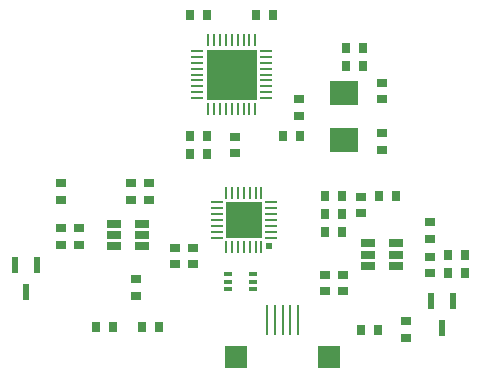
<source format=gbp>
G04*
G04 #@! TF.GenerationSoftware,Altium Limited,Altium Designer,21.6.1 (37)*
G04*
G04 Layer_Color=128*
%FSLAX24Y24*%
%MOIN*%
G70*
G04*
G04 #@! TF.SameCoordinates,4ED41DF6-4530-4611-BF79-ADCA28F4CC56*
G04*
G04*
G04 #@! TF.FilePolarity,Positive*
G04*
G01*
G75*
%ADD27R,0.0315X0.0354*%
%ADD28R,0.0354X0.0315*%
%ADD30R,0.0945X0.0787*%
%ADD111R,0.0197X0.0197*%
%ADD112R,0.0098X0.0413*%
%ADD113R,0.0413X0.0098*%
%ADD114R,0.1232X0.1232*%
%ADD115O,0.0098X0.0453*%
%ADD116O,0.0453X0.0098*%
%ADD117R,0.1693X0.1693*%
%ADD118R,0.0748X0.0748*%
%ADD119R,0.0098X0.0984*%
%ADD120R,0.0512X0.0276*%
%ADD121R,0.0236X0.0571*%
%ADD122R,0.0315X0.0157*%
D27*
X17676Y16450D02*
D03*
X17124D02*
D03*
X17676Y15850D02*
D03*
X17124D02*
D03*
X22876Y18800D02*
D03*
X22324D02*
D03*
X22876Y19400D02*
D03*
X22324D02*
D03*
X19876Y20500D02*
D03*
X19324D02*
D03*
X17676D02*
D03*
X17124D02*
D03*
X20224Y16450D02*
D03*
X20776D02*
D03*
X26276Y12500D02*
D03*
X25724D02*
D03*
X26276Y11900D02*
D03*
X25724D02*
D03*
X23424Y14450D02*
D03*
X23976D02*
D03*
X22824Y10000D02*
D03*
X23376D02*
D03*
X22176Y13850D02*
D03*
X21624D02*
D03*
X21624Y14450D02*
D03*
X22176D02*
D03*
X22176Y13250D02*
D03*
X21624D02*
D03*
X13974Y10100D02*
D03*
X14526D02*
D03*
X15524D02*
D03*
X16076D02*
D03*
D28*
X20750Y17676D02*
D03*
Y17124D02*
D03*
X18600Y15874D02*
D03*
Y16426D02*
D03*
X23494Y15995D02*
D03*
Y16546D02*
D03*
X23500Y17674D02*
D03*
Y18226D02*
D03*
X25100Y13024D02*
D03*
Y13576D02*
D03*
Y11874D02*
D03*
Y12426D02*
D03*
X22800Y13874D02*
D03*
Y14426D02*
D03*
X24300Y9724D02*
D03*
Y10276D02*
D03*
X22200Y11826D02*
D03*
Y11274D02*
D03*
X21600Y11826D02*
D03*
Y11274D02*
D03*
X16600Y12174D02*
D03*
Y12726D02*
D03*
X15300Y11676D02*
D03*
Y11124D02*
D03*
X17200Y12174D02*
D03*
Y12726D02*
D03*
X15750Y14324D02*
D03*
Y14876D02*
D03*
X15150Y14324D02*
D03*
Y14876D02*
D03*
X12800Y14324D02*
D03*
Y14876D02*
D03*
Y12824D02*
D03*
Y13376D02*
D03*
X13400Y13376D02*
D03*
Y12824D02*
D03*
D30*
X22250Y16313D02*
D03*
Y17887D02*
D03*
D111*
X19750Y12800D02*
D03*
D112*
X19491Y12744D02*
D03*
X19294D02*
D03*
X19097D02*
D03*
X18900D02*
D03*
X18703D02*
D03*
X18506D02*
D03*
X18309D02*
D03*
Y14556D02*
D03*
X18506D02*
D03*
X18703D02*
D03*
X18900D02*
D03*
X19097D02*
D03*
X19294D02*
D03*
X19491D02*
D03*
D113*
X17994Y13059D02*
D03*
Y13256D02*
D03*
Y13453D02*
D03*
Y13650D02*
D03*
Y13847D02*
D03*
Y14044D02*
D03*
Y14241D02*
D03*
X19806D02*
D03*
Y14044D02*
D03*
Y13847D02*
D03*
Y13650D02*
D03*
Y13453D02*
D03*
Y13256D02*
D03*
Y13059D02*
D03*
D114*
X18900Y13650D02*
D03*
D115*
X18303Y19652D02*
D03*
X18106D02*
D03*
X19287Y17348D02*
D03*
X19091D02*
D03*
X18894D02*
D03*
X18697D02*
D03*
X18500D02*
D03*
X18303D02*
D03*
X18106D02*
D03*
X17909D02*
D03*
X17713D02*
D03*
Y19652D02*
D03*
X17909D02*
D03*
X18500D02*
D03*
X18697D02*
D03*
X18894D02*
D03*
X19091D02*
D03*
X19287D02*
D03*
D116*
X17348Y17713D02*
D03*
Y17909D02*
D03*
Y18106D02*
D03*
Y18303D02*
D03*
Y18500D02*
D03*
Y18697D02*
D03*
Y18894D02*
D03*
Y19091D02*
D03*
Y19287D02*
D03*
X19652D02*
D03*
Y19091D02*
D03*
Y18894D02*
D03*
Y18697D02*
D03*
Y18500D02*
D03*
Y18303D02*
D03*
Y18106D02*
D03*
Y17909D02*
D03*
Y17713D02*
D03*
D117*
X18500Y18500D02*
D03*
D118*
X18645Y9091D02*
D03*
X21755D02*
D03*
D119*
X19688Y10309D02*
D03*
X19944D02*
D03*
X20200D02*
D03*
X20456D02*
D03*
X20712D02*
D03*
D120*
X23028Y12874D02*
D03*
Y12500D02*
D03*
Y12126D02*
D03*
X23972D02*
D03*
Y12500D02*
D03*
Y12874D02*
D03*
X15522Y12776D02*
D03*
Y13150D02*
D03*
Y13524D02*
D03*
X14578D02*
D03*
Y13150D02*
D03*
Y12776D02*
D03*
D121*
X25500Y10037D02*
D03*
X25874Y10963D02*
D03*
X25126D02*
D03*
X11650Y11237D02*
D03*
X12024Y12163D02*
D03*
X11276D02*
D03*
D122*
X18377Y11344D02*
D03*
Y11600D02*
D03*
Y11856D02*
D03*
X19223D02*
D03*
Y11600D02*
D03*
Y11344D02*
D03*
M02*

</source>
